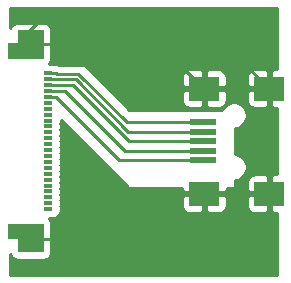
<source format=gbr>
%TF.GenerationSoftware,KiCad,Pcbnew,(5.1.12)-1*%
%TF.CreationDate,2022-05-16T16:27:55-04:00*%
%TF.ProjectId,flex_interface_x4,666c6578-5f69-46e7-9465-72666163655f,rev?*%
%TF.SameCoordinates,Original*%
%TF.FileFunction,Copper,L1,Top*%
%TF.FilePolarity,Positive*%
%FSLAX46Y46*%
G04 Gerber Fmt 4.6, Leading zero omitted, Abs format (unit mm)*
G04 Created by KiCad (PCBNEW (5.1.12)-1) date 2022-05-16 16:27:55*
%MOMM*%
%LPD*%
G01*
G04 APERTURE LIST*
%TA.AperFunction,EtchedComponent*%
%ADD10C,0.100000*%
%TD*%
%TA.AperFunction,SMDPad,CuDef*%
%ADD11R,2.500000X2.000000*%
%TD*%
%TA.AperFunction,SMDPad,CuDef*%
%ADD12R,2.300000X0.500000*%
%TD*%
%TA.AperFunction,SMDPad,CuDef*%
%ADD13R,0.800001X0.299999*%
%TD*%
%TA.AperFunction,SMDPad,CuDef*%
%ADD14R,1.000001X1.000001*%
%TD*%
%TA.AperFunction,Conductor*%
%ADD15C,0.250000*%
%TD*%
%TA.AperFunction,Conductor*%
%ADD16C,0.254000*%
%TD*%
%TA.AperFunction,Conductor*%
%ADD17C,0.100000*%
%TD*%
G04 APERTURE END LIST*
D10*
%TO.C,J2*%
G36*
X85490002Y-109869747D02*
G01*
X85490002Y-112269748D01*
X83290001Y-112269748D01*
X83290001Y-111169747D01*
X82440003Y-111169747D01*
X82440003Y-109869747D01*
X85490002Y-109869747D01*
G37*
G36*
X85490002Y-95869755D02*
G01*
X85490002Y-93469755D01*
X83290001Y-93469755D01*
X83290001Y-94569755D01*
X82440003Y-94569755D01*
X82440003Y-95869755D01*
X85490002Y-95869755D01*
G37*
%TD*%
D11*
%TO.P,J1,S1*%
%TO.N,Net-(J1-PadS1)*%
X99100000Y-107320000D03*
%TO.P,J1,S2*%
X99100000Y-98420000D03*
%TO.P,J1,S3*%
X104600000Y-107320000D03*
%TO.P,J1,S4*%
X104600000Y-98420000D03*
D12*
%TO.P,J1,1*%
%TO.N,Net-(J1-Pad1)*%
X99000000Y-104470000D03*
%TO.P,J1,2*%
%TO.N,Net-(J1-Pad2)*%
X99000000Y-103670000D03*
%TO.P,J1,3*%
%TO.N,Net-(J1-Pad3)*%
X99000000Y-102870000D03*
%TO.P,J1,4*%
%TO.N,Net-(J1-Pad4)*%
X99000000Y-102070000D03*
%TO.P,J1,5*%
%TO.N,Net-(J1-Pad5)*%
X99000000Y-101270000D03*
%TD*%
D13*
%TO.P,J2,22*%
%TO.N,Net-(J2-Pad22)*%
X85890001Y-107619752D03*
%TO.P,J2,1*%
%TO.N,Net-(J1-Pad5)*%
X85890001Y-97119752D03*
%TO.P,J2,2*%
%TO.N,Net-(J1-Pad4)*%
X85890001Y-97619751D03*
%TO.P,J2,3*%
%TO.N,Net-(J1-Pad3)*%
X85890001Y-98119753D03*
%TO.P,J2,4*%
%TO.N,Net-(J1-Pad2)*%
X85890001Y-98619752D03*
%TO.P,J2,5*%
%TO.N,Net-(J1-Pad1)*%
X85890001Y-99119753D03*
%TO.P,J2,6*%
%TO.N,Net-(J2-Pad6)*%
X85890001Y-99619752D03*
%TO.P,J2,7*%
%TO.N,Net-(J2-Pad7)*%
X85890001Y-100119751D03*
%TO.P,J2,8*%
%TO.N,Net-(J2-Pad8)*%
X85890001Y-100619753D03*
%TO.P,J2,9*%
%TO.N,Net-(J2-Pad9)*%
X85890001Y-101119752D03*
%TO.P,J2,10*%
%TO.N,Net-(J2-Pad10)*%
X85890001Y-101619754D03*
%TO.P,J2,11*%
%TO.N,Net-(J2-Pad11)*%
X85890001Y-102119753D03*
%TO.P,J2,12*%
%TO.N,Net-(J2-Pad12)*%
X85890001Y-102619752D03*
%TO.P,J2,13*%
%TO.N,Net-(J2-Pad13)*%
X85890001Y-103119753D03*
%TO.P,J2,14*%
%TO.N,Net-(J2-Pad14)*%
X85890001Y-103619752D03*
%TO.P,J2,15*%
%TO.N,Net-(J2-Pad15)*%
X85890001Y-104119754D03*
%TO.P,J2,16*%
%TO.N,Net-(J2-Pad16)*%
X85890001Y-104619753D03*
%TO.P,J2,17*%
%TO.N,Net-(J2-Pad17)*%
X85890001Y-105119752D03*
%TO.P,J2,18*%
%TO.N,Net-(J2-Pad18)*%
X85890001Y-105619753D03*
%TO.P,J2,19*%
%TO.N,Net-(J2-Pad19)*%
X85890001Y-106119752D03*
%TO.P,J2,20*%
%TO.N,Net-(J2-Pad20)*%
X85890001Y-106619754D03*
%TO.P,J2,21*%
%TO.N,Net-(J2-Pad21)*%
X85890001Y-107119753D03*
D14*
%TO.P,J2,MP1*%
%TO.N,Net-(J1-PadS1)*%
X84290002Y-94620250D03*
%TO.P,J2,MP2*%
X84290002Y-111119750D03*
D13*
%TO.P,J2,23*%
%TO.N,Net-(J2-Pad23)*%
X85890001Y-108119753D03*
%TO.P,J2,24*%
%TO.N,Net-(J2-Pad24)*%
X85890001Y-108619752D03*
%TD*%
D15*
%TO.N,Net-(J1-Pad5)*%
X86589990Y-97169741D02*
X88414367Y-97169742D01*
X86540001Y-97119752D02*
X86589990Y-97169741D01*
X85890001Y-97119752D02*
X86540001Y-97119752D01*
X92514625Y-101270000D02*
X99000000Y-101270000D01*
X88414367Y-97169742D02*
X92514625Y-101270000D01*
%TO.N,Net-(J1-Pad4)*%
X85890001Y-97619751D02*
X88227966Y-97619751D01*
X92678215Y-102070000D02*
X99000000Y-102070000D01*
X88227966Y-97619751D02*
X92678215Y-102070000D01*
%TO.N,Net-(J1-Pad3)*%
X85890001Y-98119753D02*
X87959753Y-98119753D01*
X87959753Y-98119753D02*
X92710000Y-102870000D01*
X96520000Y-102870000D02*
X99000000Y-102870000D01*
X92710000Y-102870000D02*
X96520000Y-102870000D01*
%TO.N,Net-(J1-Pad2)*%
X85890001Y-98619752D02*
X87309762Y-98619752D01*
X92360010Y-103670000D02*
X99000000Y-103670000D01*
X87309762Y-98619752D02*
X92360010Y-103670000D01*
%TO.N,Net-(J1-Pad1)*%
X91890248Y-104470000D02*
X99000000Y-104470000D01*
X86540001Y-99119753D02*
X91890248Y-104470000D01*
X85890001Y-99119753D02*
X86540001Y-99119753D01*
%TO.N,Net-(J1-PadS1)*%
X95300250Y-94620250D02*
X99100000Y-98420000D01*
X84290002Y-94620250D02*
X95300250Y-94620250D01*
X84290002Y-94620250D02*
X84290002Y-93509998D01*
X84290002Y-93509998D02*
X85090000Y-92710000D01*
X98890000Y-92710000D02*
X104600000Y-98420000D01*
X85090000Y-92710000D02*
X98890000Y-92710000D01*
X84290002Y-111119750D02*
X97160250Y-111119750D01*
X99100000Y-109180000D02*
X99100000Y-107320000D01*
X97160250Y-111119750D02*
X99100000Y-109180000D01*
%TD*%
D16*
%TO.N,Net-(J1-PadS1)*%
X105283000Y-96783734D02*
X104885750Y-96785000D01*
X104727000Y-96943750D01*
X104727000Y-98293000D01*
X104747000Y-98293000D01*
X104747000Y-98547000D01*
X104727000Y-98547000D01*
X104727000Y-99896250D01*
X104885750Y-100055000D01*
X105283000Y-100056266D01*
X105283000Y-105683734D01*
X104885750Y-105685000D01*
X104727000Y-105843750D01*
X104727000Y-107193000D01*
X104747000Y-107193000D01*
X104747000Y-107447000D01*
X104727000Y-107447000D01*
X104727000Y-108796250D01*
X104885750Y-108955000D01*
X105283000Y-108956266D01*
X105283000Y-114173000D01*
X82677000Y-114173000D01*
X82677000Y-112425896D01*
X82684389Y-112450369D01*
X82701239Y-112507623D01*
X82702270Y-112509595D01*
X82702914Y-112511728D01*
X82730989Y-112564529D01*
X82758656Y-112617451D01*
X82760050Y-112619185D01*
X82761096Y-112621152D01*
X82798884Y-112667485D01*
X82836311Y-112714034D01*
X82838016Y-112715465D01*
X82839424Y-112717191D01*
X82885474Y-112755287D01*
X82931247Y-112793695D01*
X82933199Y-112794768D01*
X82934914Y-112796187D01*
X82987462Y-112824599D01*
X83039848Y-112853399D01*
X83041972Y-112854073D01*
X83043929Y-112855131D01*
X83100951Y-112872782D01*
X83157977Y-112890872D01*
X83160193Y-112891121D01*
X83162317Y-112891778D01*
X83221744Y-112898024D01*
X83281135Y-112904686D01*
X83285405Y-112904716D01*
X83285568Y-112904733D01*
X83285731Y-112904718D01*
X83290001Y-112904748D01*
X85490002Y-112904748D01*
X85549507Y-112898914D01*
X85608989Y-112893500D01*
X85611120Y-112892873D01*
X85613341Y-112892655D01*
X85670623Y-112875360D01*
X85727877Y-112858510D01*
X85729849Y-112857479D01*
X85731982Y-112856835D01*
X85784783Y-112828760D01*
X85837705Y-112801093D01*
X85839439Y-112799699D01*
X85841406Y-112798653D01*
X85887739Y-112760865D01*
X85934288Y-112723438D01*
X85935719Y-112721733D01*
X85937445Y-112720325D01*
X85975541Y-112674275D01*
X86013949Y-112628502D01*
X86015022Y-112626550D01*
X86016441Y-112624835D01*
X86044853Y-112572287D01*
X86073653Y-112519901D01*
X86074327Y-112517777D01*
X86075385Y-112515820D01*
X86093036Y-112458798D01*
X86111126Y-112401772D01*
X86111375Y-112399556D01*
X86112032Y-112397432D01*
X86118278Y-112338005D01*
X86124940Y-112278614D01*
X86124970Y-112274344D01*
X86124987Y-112274181D01*
X86124972Y-112274018D01*
X86125002Y-112269748D01*
X86125002Y-109869747D01*
X86119168Y-109810242D01*
X86113754Y-109750760D01*
X86113127Y-109748629D01*
X86112909Y-109746408D01*
X86095614Y-109689126D01*
X86078764Y-109631872D01*
X86077733Y-109629900D01*
X86077089Y-109627767D01*
X86049014Y-109574966D01*
X86021347Y-109522044D01*
X86019953Y-109520310D01*
X86018907Y-109518343D01*
X85981119Y-109472010D01*
X85943692Y-109425461D01*
X85941987Y-109424030D01*
X85940579Y-109422304D01*
X85923074Y-109407823D01*
X86290001Y-109407823D01*
X86414483Y-109395563D01*
X86534181Y-109359253D01*
X86644495Y-109300288D01*
X86741186Y-109220936D01*
X86820538Y-109124245D01*
X86879503Y-109013931D01*
X86915813Y-108894233D01*
X86928073Y-108769751D01*
X86928073Y-108469753D01*
X86918224Y-108369753D01*
X86923124Y-108320000D01*
X97211928Y-108320000D01*
X97224188Y-108444482D01*
X97260498Y-108564180D01*
X97319463Y-108674494D01*
X97398815Y-108771185D01*
X97495506Y-108850537D01*
X97605820Y-108909502D01*
X97725518Y-108945812D01*
X97850000Y-108958072D01*
X98814250Y-108955000D01*
X98973000Y-108796250D01*
X98973000Y-107447000D01*
X99227000Y-107447000D01*
X99227000Y-108796250D01*
X99385750Y-108955000D01*
X100350000Y-108958072D01*
X100474482Y-108945812D01*
X100594180Y-108909502D01*
X100704494Y-108850537D01*
X100801185Y-108771185D01*
X100880537Y-108674494D01*
X100939502Y-108564180D01*
X100975812Y-108444482D01*
X100988072Y-108320000D01*
X102711928Y-108320000D01*
X102724188Y-108444482D01*
X102760498Y-108564180D01*
X102819463Y-108674494D01*
X102898815Y-108771185D01*
X102995506Y-108850537D01*
X103105820Y-108909502D01*
X103225518Y-108945812D01*
X103350000Y-108958072D01*
X104314250Y-108955000D01*
X104473000Y-108796250D01*
X104473000Y-107447000D01*
X102873750Y-107447000D01*
X102715000Y-107605750D01*
X102711928Y-108320000D01*
X100988072Y-108320000D01*
X100985000Y-107605750D01*
X100826250Y-107447000D01*
X99227000Y-107447000D01*
X98973000Y-107447000D01*
X97373750Y-107447000D01*
X97215000Y-107605750D01*
X97211928Y-108320000D01*
X86923124Y-108320000D01*
X86928073Y-108269752D01*
X86928073Y-107969754D01*
X86918224Y-107869753D01*
X86928073Y-107769751D01*
X86928073Y-107469753D01*
X86918224Y-107369752D01*
X86928073Y-107269752D01*
X86928073Y-106969754D01*
X86918224Y-106869753D01*
X86928073Y-106769753D01*
X86928073Y-106469755D01*
X86918224Y-106369753D01*
X86928073Y-106269751D01*
X86928073Y-105969753D01*
X86918224Y-105869752D01*
X86928073Y-105769752D01*
X86928073Y-105469754D01*
X86918224Y-105369753D01*
X86928073Y-105269751D01*
X86928073Y-104969753D01*
X86918224Y-104869753D01*
X86928073Y-104769752D01*
X86928073Y-104469754D01*
X86918224Y-104369754D01*
X86928073Y-104269753D01*
X86928073Y-103969755D01*
X86918224Y-103869753D01*
X86928073Y-103769751D01*
X86928073Y-103469753D01*
X86918224Y-103369753D01*
X86928073Y-103269752D01*
X86928073Y-102969754D01*
X86918224Y-102869753D01*
X86928073Y-102769751D01*
X86928073Y-102469753D01*
X86918224Y-102369752D01*
X86928073Y-102269752D01*
X86928073Y-101969754D01*
X86918224Y-101869753D01*
X86928073Y-101769753D01*
X86928073Y-101469755D01*
X86918224Y-101369753D01*
X86928073Y-101269751D01*
X86928073Y-101077679D01*
X92620197Y-106769803D01*
X92639443Y-106785597D01*
X92661399Y-106797333D01*
X92685224Y-106804560D01*
X92710000Y-106807000D01*
X97214023Y-106807000D01*
X97215000Y-107034250D01*
X97373750Y-107193000D01*
X98973000Y-107193000D01*
X98973000Y-107173000D01*
X99227000Y-107173000D01*
X99227000Y-107193000D01*
X100826250Y-107193000D01*
X100985000Y-107034250D01*
X100985977Y-106807000D01*
X101600000Y-106807000D01*
X101624776Y-106804560D01*
X101648601Y-106797333D01*
X101670557Y-106785597D01*
X101689803Y-106769803D01*
X101705597Y-106750557D01*
X101717333Y-106728601D01*
X101724560Y-106704776D01*
X101727000Y-106680000D01*
X101727000Y-106320000D01*
X102711928Y-106320000D01*
X102715000Y-107034250D01*
X102873750Y-107193000D01*
X104473000Y-107193000D01*
X104473000Y-105843750D01*
X104314250Y-105685000D01*
X103350000Y-105681928D01*
X103225518Y-105694188D01*
X103105820Y-105730498D01*
X102995506Y-105789463D01*
X102898815Y-105868815D01*
X102819463Y-105965506D01*
X102760498Y-106075820D01*
X102724188Y-106195518D01*
X102711928Y-106320000D01*
X101727000Y-106320000D01*
X101727000Y-106150995D01*
X101916483Y-106113304D01*
X102113940Y-106031515D01*
X102291647Y-105912775D01*
X102442775Y-105761647D01*
X102561515Y-105583940D01*
X102643304Y-105386483D01*
X102685000Y-105176863D01*
X102685000Y-104963137D01*
X102643304Y-104753517D01*
X102561515Y-104556060D01*
X102442775Y-104378353D01*
X102291647Y-104227225D01*
X102113940Y-104108485D01*
X101916483Y-104026696D01*
X101727000Y-103989005D01*
X101727000Y-101750995D01*
X101916483Y-101713304D01*
X102113940Y-101631515D01*
X102291647Y-101512775D01*
X102442775Y-101361647D01*
X102561515Y-101183940D01*
X102643304Y-100986483D01*
X102685000Y-100776863D01*
X102685000Y-100563137D01*
X102643304Y-100353517D01*
X102561515Y-100156060D01*
X102442775Y-99978353D01*
X102291647Y-99827225D01*
X102113940Y-99708485D01*
X101916483Y-99626696D01*
X101706863Y-99585000D01*
X101493137Y-99585000D01*
X101283517Y-99626696D01*
X101086060Y-99708485D01*
X100908353Y-99827225D01*
X100757225Y-99978353D01*
X100638485Y-100156060D01*
X100619042Y-100203000D01*
X92762606Y-100203000D01*
X91979606Y-99420000D01*
X97211928Y-99420000D01*
X97224188Y-99544482D01*
X97260498Y-99664180D01*
X97319463Y-99774494D01*
X97398815Y-99871185D01*
X97495506Y-99950537D01*
X97605820Y-100009502D01*
X97725518Y-100045812D01*
X97850000Y-100058072D01*
X98814250Y-100055000D01*
X98973000Y-99896250D01*
X98973000Y-98547000D01*
X99227000Y-98547000D01*
X99227000Y-99896250D01*
X99385750Y-100055000D01*
X100350000Y-100058072D01*
X100474482Y-100045812D01*
X100594180Y-100009502D01*
X100704494Y-99950537D01*
X100801185Y-99871185D01*
X100880537Y-99774494D01*
X100939502Y-99664180D01*
X100975812Y-99544482D01*
X100988072Y-99420000D01*
X102711928Y-99420000D01*
X102724188Y-99544482D01*
X102760498Y-99664180D01*
X102819463Y-99774494D01*
X102898815Y-99871185D01*
X102995506Y-99950537D01*
X103105820Y-100009502D01*
X103225518Y-100045812D01*
X103350000Y-100058072D01*
X104314250Y-100055000D01*
X104473000Y-99896250D01*
X104473000Y-98547000D01*
X102873750Y-98547000D01*
X102715000Y-98705750D01*
X102711928Y-99420000D01*
X100988072Y-99420000D01*
X100985000Y-98705750D01*
X100826250Y-98547000D01*
X99227000Y-98547000D01*
X98973000Y-98547000D01*
X97373750Y-98547000D01*
X97215000Y-98705750D01*
X97211928Y-99420000D01*
X91979606Y-99420000D01*
X89979606Y-97420000D01*
X97211928Y-97420000D01*
X97215000Y-98134250D01*
X97373750Y-98293000D01*
X98973000Y-98293000D01*
X98973000Y-96943750D01*
X99227000Y-96943750D01*
X99227000Y-98293000D01*
X100826250Y-98293000D01*
X100985000Y-98134250D01*
X100988072Y-97420000D01*
X102711928Y-97420000D01*
X102715000Y-98134250D01*
X102873750Y-98293000D01*
X104473000Y-98293000D01*
X104473000Y-96943750D01*
X104314250Y-96785000D01*
X103350000Y-96781928D01*
X103225518Y-96794188D01*
X103105820Y-96830498D01*
X102995506Y-96889463D01*
X102898815Y-96968815D01*
X102819463Y-97065506D01*
X102760498Y-97175820D01*
X102724188Y-97295518D01*
X102711928Y-97420000D01*
X100988072Y-97420000D01*
X100975812Y-97295518D01*
X100939502Y-97175820D01*
X100880537Y-97065506D01*
X100801185Y-96968815D01*
X100704494Y-96889463D01*
X100594180Y-96830498D01*
X100474482Y-96794188D01*
X100350000Y-96781928D01*
X99385750Y-96785000D01*
X99227000Y-96943750D01*
X98973000Y-96943750D01*
X98814250Y-96785000D01*
X97850000Y-96781928D01*
X97725518Y-96794188D01*
X97605820Y-96830498D01*
X97495506Y-96889463D01*
X97398815Y-96968815D01*
X97319463Y-97065506D01*
X97260498Y-97175820D01*
X97224188Y-97295518D01*
X97211928Y-97420000D01*
X89979606Y-97420000D01*
X88989803Y-96430197D01*
X88970557Y-96414403D01*
X88948601Y-96402667D01*
X88924776Y-96395440D01*
X88900000Y-96393000D01*
X86762341Y-96393000D01*
X86688987Y-96370749D01*
X86577334Y-96359752D01*
X86577323Y-96359752D01*
X86540001Y-96356076D01*
X86502679Y-96359752D01*
X86466605Y-96359752D01*
X86414483Y-96343941D01*
X86290001Y-96331681D01*
X85924045Y-96331681D01*
X85934288Y-96323445D01*
X85935719Y-96321740D01*
X85937445Y-96320332D01*
X85975541Y-96274282D01*
X86013949Y-96228509D01*
X86015022Y-96226557D01*
X86016441Y-96224842D01*
X86044853Y-96172294D01*
X86073653Y-96119908D01*
X86074327Y-96117784D01*
X86075385Y-96115827D01*
X86093036Y-96058805D01*
X86111126Y-96001779D01*
X86111375Y-95999563D01*
X86112032Y-95997439D01*
X86118278Y-95938012D01*
X86124940Y-95878621D01*
X86124970Y-95874351D01*
X86124987Y-95874188D01*
X86124972Y-95874025D01*
X86125002Y-95869755D01*
X86125002Y-93469755D01*
X86119168Y-93410250D01*
X86113754Y-93350768D01*
X86113127Y-93348637D01*
X86112909Y-93346416D01*
X86095614Y-93289134D01*
X86078764Y-93231880D01*
X86077733Y-93229908D01*
X86077089Y-93227775D01*
X86049014Y-93174974D01*
X86021347Y-93122052D01*
X86019953Y-93120318D01*
X86018907Y-93118351D01*
X85981119Y-93072018D01*
X85943692Y-93025469D01*
X85941987Y-93024038D01*
X85940579Y-93022312D01*
X85894529Y-92984216D01*
X85848756Y-92945808D01*
X85846804Y-92944735D01*
X85845089Y-92943316D01*
X85792541Y-92914904D01*
X85740155Y-92886104D01*
X85738031Y-92885430D01*
X85736074Y-92884372D01*
X85679052Y-92866721D01*
X85622026Y-92848631D01*
X85619810Y-92848382D01*
X85617686Y-92847725D01*
X85558259Y-92841479D01*
X85498868Y-92834817D01*
X85494598Y-92834787D01*
X85494435Y-92834770D01*
X85494272Y-92834785D01*
X85490002Y-92834755D01*
X83290001Y-92834755D01*
X83230496Y-92840589D01*
X83171014Y-92846003D01*
X83168883Y-92846630D01*
X83166662Y-92846848D01*
X83109380Y-92864143D01*
X83052126Y-92880993D01*
X83050154Y-92882024D01*
X83048021Y-92882668D01*
X82995220Y-92910743D01*
X82942298Y-92938410D01*
X82940564Y-92939804D01*
X82938597Y-92940850D01*
X82892264Y-92978638D01*
X82845715Y-93016065D01*
X82844284Y-93017770D01*
X82842558Y-93019178D01*
X82804462Y-93065228D01*
X82766054Y-93111001D01*
X82764981Y-93112953D01*
X82763562Y-93114668D01*
X82735150Y-93167216D01*
X82706350Y-93219602D01*
X82705676Y-93221726D01*
X82704618Y-93223683D01*
X82686967Y-93280705D01*
X82677000Y-93312124D01*
X82677000Y-91567000D01*
X105283000Y-91567000D01*
X105283000Y-96783734D01*
%TA.AperFunction,Conductor*%
D17*
G36*
X105283000Y-96783734D02*
G01*
X104885750Y-96785000D01*
X104727000Y-96943750D01*
X104727000Y-98293000D01*
X104747000Y-98293000D01*
X104747000Y-98547000D01*
X104727000Y-98547000D01*
X104727000Y-99896250D01*
X104885750Y-100055000D01*
X105283000Y-100056266D01*
X105283000Y-105683734D01*
X104885750Y-105685000D01*
X104727000Y-105843750D01*
X104727000Y-107193000D01*
X104747000Y-107193000D01*
X104747000Y-107447000D01*
X104727000Y-107447000D01*
X104727000Y-108796250D01*
X104885750Y-108955000D01*
X105283000Y-108956266D01*
X105283000Y-114173000D01*
X82677000Y-114173000D01*
X82677000Y-112425896D01*
X82684389Y-112450369D01*
X82701239Y-112507623D01*
X82702270Y-112509595D01*
X82702914Y-112511728D01*
X82730989Y-112564529D01*
X82758656Y-112617451D01*
X82760050Y-112619185D01*
X82761096Y-112621152D01*
X82798884Y-112667485D01*
X82836311Y-112714034D01*
X82838016Y-112715465D01*
X82839424Y-112717191D01*
X82885474Y-112755287D01*
X82931247Y-112793695D01*
X82933199Y-112794768D01*
X82934914Y-112796187D01*
X82987462Y-112824599D01*
X83039848Y-112853399D01*
X83041972Y-112854073D01*
X83043929Y-112855131D01*
X83100951Y-112872782D01*
X83157977Y-112890872D01*
X83160193Y-112891121D01*
X83162317Y-112891778D01*
X83221744Y-112898024D01*
X83281135Y-112904686D01*
X83285405Y-112904716D01*
X83285568Y-112904733D01*
X83285731Y-112904718D01*
X83290001Y-112904748D01*
X85490002Y-112904748D01*
X85549507Y-112898914D01*
X85608989Y-112893500D01*
X85611120Y-112892873D01*
X85613341Y-112892655D01*
X85670623Y-112875360D01*
X85727877Y-112858510D01*
X85729849Y-112857479D01*
X85731982Y-112856835D01*
X85784783Y-112828760D01*
X85837705Y-112801093D01*
X85839439Y-112799699D01*
X85841406Y-112798653D01*
X85887739Y-112760865D01*
X85934288Y-112723438D01*
X85935719Y-112721733D01*
X85937445Y-112720325D01*
X85975541Y-112674275D01*
X86013949Y-112628502D01*
X86015022Y-112626550D01*
X86016441Y-112624835D01*
X86044853Y-112572287D01*
X86073653Y-112519901D01*
X86074327Y-112517777D01*
X86075385Y-112515820D01*
X86093036Y-112458798D01*
X86111126Y-112401772D01*
X86111375Y-112399556D01*
X86112032Y-112397432D01*
X86118278Y-112338005D01*
X86124940Y-112278614D01*
X86124970Y-112274344D01*
X86124987Y-112274181D01*
X86124972Y-112274018D01*
X86125002Y-112269748D01*
X86125002Y-109869747D01*
X86119168Y-109810242D01*
X86113754Y-109750760D01*
X86113127Y-109748629D01*
X86112909Y-109746408D01*
X86095614Y-109689126D01*
X86078764Y-109631872D01*
X86077733Y-109629900D01*
X86077089Y-109627767D01*
X86049014Y-109574966D01*
X86021347Y-109522044D01*
X86019953Y-109520310D01*
X86018907Y-109518343D01*
X85981119Y-109472010D01*
X85943692Y-109425461D01*
X85941987Y-109424030D01*
X85940579Y-109422304D01*
X85923074Y-109407823D01*
X86290001Y-109407823D01*
X86414483Y-109395563D01*
X86534181Y-109359253D01*
X86644495Y-109300288D01*
X86741186Y-109220936D01*
X86820538Y-109124245D01*
X86879503Y-109013931D01*
X86915813Y-108894233D01*
X86928073Y-108769751D01*
X86928073Y-108469753D01*
X86918224Y-108369753D01*
X86923124Y-108320000D01*
X97211928Y-108320000D01*
X97224188Y-108444482D01*
X97260498Y-108564180D01*
X97319463Y-108674494D01*
X97398815Y-108771185D01*
X97495506Y-108850537D01*
X97605820Y-108909502D01*
X97725518Y-108945812D01*
X97850000Y-108958072D01*
X98814250Y-108955000D01*
X98973000Y-108796250D01*
X98973000Y-107447000D01*
X99227000Y-107447000D01*
X99227000Y-108796250D01*
X99385750Y-108955000D01*
X100350000Y-108958072D01*
X100474482Y-108945812D01*
X100594180Y-108909502D01*
X100704494Y-108850537D01*
X100801185Y-108771185D01*
X100880537Y-108674494D01*
X100939502Y-108564180D01*
X100975812Y-108444482D01*
X100988072Y-108320000D01*
X102711928Y-108320000D01*
X102724188Y-108444482D01*
X102760498Y-108564180D01*
X102819463Y-108674494D01*
X102898815Y-108771185D01*
X102995506Y-108850537D01*
X103105820Y-108909502D01*
X103225518Y-108945812D01*
X103350000Y-108958072D01*
X104314250Y-108955000D01*
X104473000Y-108796250D01*
X104473000Y-107447000D01*
X102873750Y-107447000D01*
X102715000Y-107605750D01*
X102711928Y-108320000D01*
X100988072Y-108320000D01*
X100985000Y-107605750D01*
X100826250Y-107447000D01*
X99227000Y-107447000D01*
X98973000Y-107447000D01*
X97373750Y-107447000D01*
X97215000Y-107605750D01*
X97211928Y-108320000D01*
X86923124Y-108320000D01*
X86928073Y-108269752D01*
X86928073Y-107969754D01*
X86918224Y-107869753D01*
X86928073Y-107769751D01*
X86928073Y-107469753D01*
X86918224Y-107369752D01*
X86928073Y-107269752D01*
X86928073Y-106969754D01*
X86918224Y-106869753D01*
X86928073Y-106769753D01*
X86928073Y-106469755D01*
X86918224Y-106369753D01*
X86928073Y-106269751D01*
X86928073Y-105969753D01*
X86918224Y-105869752D01*
X86928073Y-105769752D01*
X86928073Y-105469754D01*
X86918224Y-105369753D01*
X86928073Y-105269751D01*
X86928073Y-104969753D01*
X86918224Y-104869753D01*
X86928073Y-104769752D01*
X86928073Y-104469754D01*
X86918224Y-104369754D01*
X86928073Y-104269753D01*
X86928073Y-103969755D01*
X86918224Y-103869753D01*
X86928073Y-103769751D01*
X86928073Y-103469753D01*
X86918224Y-103369753D01*
X86928073Y-103269752D01*
X86928073Y-102969754D01*
X86918224Y-102869753D01*
X86928073Y-102769751D01*
X86928073Y-102469753D01*
X86918224Y-102369752D01*
X86928073Y-102269752D01*
X86928073Y-101969754D01*
X86918224Y-101869753D01*
X86928073Y-101769753D01*
X86928073Y-101469755D01*
X86918224Y-101369753D01*
X86928073Y-101269751D01*
X86928073Y-101077679D01*
X92620197Y-106769803D01*
X92639443Y-106785597D01*
X92661399Y-106797333D01*
X92685224Y-106804560D01*
X92710000Y-106807000D01*
X97214023Y-106807000D01*
X97215000Y-107034250D01*
X97373750Y-107193000D01*
X98973000Y-107193000D01*
X98973000Y-107173000D01*
X99227000Y-107173000D01*
X99227000Y-107193000D01*
X100826250Y-107193000D01*
X100985000Y-107034250D01*
X100985977Y-106807000D01*
X101600000Y-106807000D01*
X101624776Y-106804560D01*
X101648601Y-106797333D01*
X101670557Y-106785597D01*
X101689803Y-106769803D01*
X101705597Y-106750557D01*
X101717333Y-106728601D01*
X101724560Y-106704776D01*
X101727000Y-106680000D01*
X101727000Y-106320000D01*
X102711928Y-106320000D01*
X102715000Y-107034250D01*
X102873750Y-107193000D01*
X104473000Y-107193000D01*
X104473000Y-105843750D01*
X104314250Y-105685000D01*
X103350000Y-105681928D01*
X103225518Y-105694188D01*
X103105820Y-105730498D01*
X102995506Y-105789463D01*
X102898815Y-105868815D01*
X102819463Y-105965506D01*
X102760498Y-106075820D01*
X102724188Y-106195518D01*
X102711928Y-106320000D01*
X101727000Y-106320000D01*
X101727000Y-106150995D01*
X101916483Y-106113304D01*
X102113940Y-106031515D01*
X102291647Y-105912775D01*
X102442775Y-105761647D01*
X102561515Y-105583940D01*
X102643304Y-105386483D01*
X102685000Y-105176863D01*
X102685000Y-104963137D01*
X102643304Y-104753517D01*
X102561515Y-104556060D01*
X102442775Y-104378353D01*
X102291647Y-104227225D01*
X102113940Y-104108485D01*
X101916483Y-104026696D01*
X101727000Y-103989005D01*
X101727000Y-101750995D01*
X101916483Y-101713304D01*
X102113940Y-101631515D01*
X102291647Y-101512775D01*
X102442775Y-101361647D01*
X102561515Y-101183940D01*
X102643304Y-100986483D01*
X102685000Y-100776863D01*
X102685000Y-100563137D01*
X102643304Y-100353517D01*
X102561515Y-100156060D01*
X102442775Y-99978353D01*
X102291647Y-99827225D01*
X102113940Y-99708485D01*
X101916483Y-99626696D01*
X101706863Y-99585000D01*
X101493137Y-99585000D01*
X101283517Y-99626696D01*
X101086060Y-99708485D01*
X100908353Y-99827225D01*
X100757225Y-99978353D01*
X100638485Y-100156060D01*
X100619042Y-100203000D01*
X92762606Y-100203000D01*
X91979606Y-99420000D01*
X97211928Y-99420000D01*
X97224188Y-99544482D01*
X97260498Y-99664180D01*
X97319463Y-99774494D01*
X97398815Y-99871185D01*
X97495506Y-99950537D01*
X97605820Y-100009502D01*
X97725518Y-100045812D01*
X97850000Y-100058072D01*
X98814250Y-100055000D01*
X98973000Y-99896250D01*
X98973000Y-98547000D01*
X99227000Y-98547000D01*
X99227000Y-99896250D01*
X99385750Y-100055000D01*
X100350000Y-100058072D01*
X100474482Y-100045812D01*
X100594180Y-100009502D01*
X100704494Y-99950537D01*
X100801185Y-99871185D01*
X100880537Y-99774494D01*
X100939502Y-99664180D01*
X100975812Y-99544482D01*
X100988072Y-99420000D01*
X102711928Y-99420000D01*
X102724188Y-99544482D01*
X102760498Y-99664180D01*
X102819463Y-99774494D01*
X102898815Y-99871185D01*
X102995506Y-99950537D01*
X103105820Y-100009502D01*
X103225518Y-100045812D01*
X103350000Y-100058072D01*
X104314250Y-100055000D01*
X104473000Y-99896250D01*
X104473000Y-98547000D01*
X102873750Y-98547000D01*
X102715000Y-98705750D01*
X102711928Y-99420000D01*
X100988072Y-99420000D01*
X100985000Y-98705750D01*
X100826250Y-98547000D01*
X99227000Y-98547000D01*
X98973000Y-98547000D01*
X97373750Y-98547000D01*
X97215000Y-98705750D01*
X97211928Y-99420000D01*
X91979606Y-99420000D01*
X89979606Y-97420000D01*
X97211928Y-97420000D01*
X97215000Y-98134250D01*
X97373750Y-98293000D01*
X98973000Y-98293000D01*
X98973000Y-96943750D01*
X99227000Y-96943750D01*
X99227000Y-98293000D01*
X100826250Y-98293000D01*
X100985000Y-98134250D01*
X100988072Y-97420000D01*
X102711928Y-97420000D01*
X102715000Y-98134250D01*
X102873750Y-98293000D01*
X104473000Y-98293000D01*
X104473000Y-96943750D01*
X104314250Y-96785000D01*
X103350000Y-96781928D01*
X103225518Y-96794188D01*
X103105820Y-96830498D01*
X102995506Y-96889463D01*
X102898815Y-96968815D01*
X102819463Y-97065506D01*
X102760498Y-97175820D01*
X102724188Y-97295518D01*
X102711928Y-97420000D01*
X100988072Y-97420000D01*
X100975812Y-97295518D01*
X100939502Y-97175820D01*
X100880537Y-97065506D01*
X100801185Y-96968815D01*
X100704494Y-96889463D01*
X100594180Y-96830498D01*
X100474482Y-96794188D01*
X100350000Y-96781928D01*
X99385750Y-96785000D01*
X99227000Y-96943750D01*
X98973000Y-96943750D01*
X98814250Y-96785000D01*
X97850000Y-96781928D01*
X97725518Y-96794188D01*
X97605820Y-96830498D01*
X97495506Y-96889463D01*
X97398815Y-96968815D01*
X97319463Y-97065506D01*
X97260498Y-97175820D01*
X97224188Y-97295518D01*
X97211928Y-97420000D01*
X89979606Y-97420000D01*
X88989803Y-96430197D01*
X88970557Y-96414403D01*
X88948601Y-96402667D01*
X88924776Y-96395440D01*
X88900000Y-96393000D01*
X86762341Y-96393000D01*
X86688987Y-96370749D01*
X86577334Y-96359752D01*
X86577323Y-96359752D01*
X86540001Y-96356076D01*
X86502679Y-96359752D01*
X86466605Y-96359752D01*
X86414483Y-96343941D01*
X86290001Y-96331681D01*
X85924045Y-96331681D01*
X85934288Y-96323445D01*
X85935719Y-96321740D01*
X85937445Y-96320332D01*
X85975541Y-96274282D01*
X86013949Y-96228509D01*
X86015022Y-96226557D01*
X86016441Y-96224842D01*
X86044853Y-96172294D01*
X86073653Y-96119908D01*
X86074327Y-96117784D01*
X86075385Y-96115827D01*
X86093036Y-96058805D01*
X86111126Y-96001779D01*
X86111375Y-95999563D01*
X86112032Y-95997439D01*
X86118278Y-95938012D01*
X86124940Y-95878621D01*
X86124970Y-95874351D01*
X86124987Y-95874188D01*
X86124972Y-95874025D01*
X86125002Y-95869755D01*
X86125002Y-93469755D01*
X86119168Y-93410250D01*
X86113754Y-93350768D01*
X86113127Y-93348637D01*
X86112909Y-93346416D01*
X86095614Y-93289134D01*
X86078764Y-93231880D01*
X86077733Y-93229908D01*
X86077089Y-93227775D01*
X86049014Y-93174974D01*
X86021347Y-93122052D01*
X86019953Y-93120318D01*
X86018907Y-93118351D01*
X85981119Y-93072018D01*
X85943692Y-93025469D01*
X85941987Y-93024038D01*
X85940579Y-93022312D01*
X85894529Y-92984216D01*
X85848756Y-92945808D01*
X85846804Y-92944735D01*
X85845089Y-92943316D01*
X85792541Y-92914904D01*
X85740155Y-92886104D01*
X85738031Y-92885430D01*
X85736074Y-92884372D01*
X85679052Y-92866721D01*
X85622026Y-92848631D01*
X85619810Y-92848382D01*
X85617686Y-92847725D01*
X85558259Y-92841479D01*
X85498868Y-92834817D01*
X85494598Y-92834787D01*
X85494435Y-92834770D01*
X85494272Y-92834785D01*
X85490002Y-92834755D01*
X83290001Y-92834755D01*
X83230496Y-92840589D01*
X83171014Y-92846003D01*
X83168883Y-92846630D01*
X83166662Y-92846848D01*
X83109380Y-92864143D01*
X83052126Y-92880993D01*
X83050154Y-92882024D01*
X83048021Y-92882668D01*
X82995220Y-92910743D01*
X82942298Y-92938410D01*
X82940564Y-92939804D01*
X82938597Y-92940850D01*
X82892264Y-92978638D01*
X82845715Y-93016065D01*
X82844284Y-93017770D01*
X82842558Y-93019178D01*
X82804462Y-93065228D01*
X82766054Y-93111001D01*
X82764981Y-93112953D01*
X82763562Y-93114668D01*
X82735150Y-93167216D01*
X82706350Y-93219602D01*
X82705676Y-93221726D01*
X82704618Y-93223683D01*
X82686967Y-93280705D01*
X82677000Y-93312124D01*
X82677000Y-91567000D01*
X105283000Y-91567000D01*
X105283000Y-96783734D01*
G37*
%TD.AperFunction*%
%TD*%
M02*

</source>
